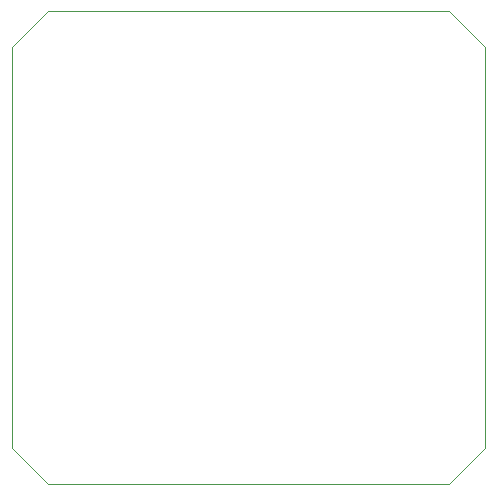
<source format=gbr>
%TF.GenerationSoftware,KiCad,Pcbnew,9.0.0*%
%TF.CreationDate,2025-02-22T01:50:20-08:00*%
%TF.ProjectId,Integrated FOC Stepper Driver,496e7465-6772-4617-9465-6420464f4320,rev?*%
%TF.SameCoordinates,Original*%
%TF.FileFunction,Profile,NP*%
%FSLAX46Y46*%
G04 Gerber Fmt 4.6, Leading zero omitted, Abs format (unit mm)*
G04 Created by KiCad (PCBNEW 9.0.0) date 2025-02-22 01:50:20*
%MOMM*%
%LPD*%
G01*
G04 APERTURE LIST*
%TA.AperFunction,Profile*%
%ADD10C,0.050000*%
%TD*%
G04 APERTURE END LIST*
D10*
X67000000Y-70000000D02*
X33000000Y-70000000D01*
X67000000Y-30000000D02*
X33000000Y-30000000D01*
X67000000Y-30000000D02*
X70000000Y-33000000D01*
X33000000Y-70000000D02*
X30000000Y-67000000D01*
X33000000Y-30000000D02*
X30000000Y-33000000D01*
X70000000Y-67000000D02*
X70000000Y-33000000D01*
X30000000Y-67000000D02*
X30000000Y-33000000D01*
X67000000Y-70000000D02*
X70000000Y-67000000D01*
M02*

</source>
